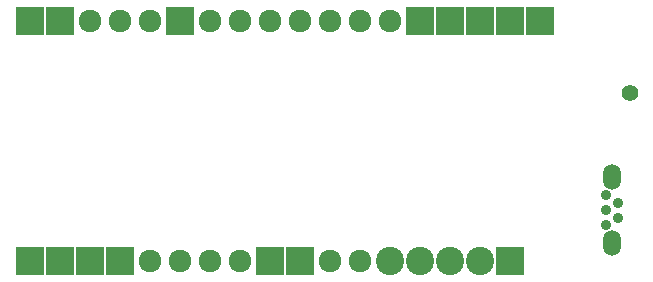
<source format=gbr>
G04 #@! TF.FileFunction,Soldermask,Bot*
%FSLAX46Y46*%
G04 Gerber Fmt 4.6, Leading zero omitted, Abs format (unit mm)*
G04 Created by KiCad (PCBNEW 4.0.6) date 07/20/17 20:23:09*
%MOMM*%
%LPD*%
G01*
G04 APERTURE LIST*
%ADD10C,0.100000*%
%ADD11R,2.400000X2.400000*%
%ADD12R,2.398980X2.398980*%
%ADD13R,2.400000X2.398980*%
%ADD14C,2.398980*%
%ADD15C,1.924000*%
%ADD16C,1.400000*%
%ADD17O,1.500000X2.200000*%
%ADD18C,0.900000*%
G04 APERTURE END LIST*
D10*
D11*
X194310000Y-73660000D03*
X151130000Y-93980000D03*
X158750000Y-93980000D03*
X191770000Y-93980000D03*
X163830000Y-73660000D03*
D12*
X156210000Y-93980000D03*
D13*
X153670000Y-93980000D03*
D11*
X189230000Y-73660000D03*
X191770000Y-73660000D03*
X184150000Y-73660000D03*
X186690000Y-73660000D03*
D14*
X189230000Y-93980000D03*
X186690000Y-93980000D03*
X184150000Y-93980000D03*
X181610000Y-93980000D03*
D15*
X176530000Y-93980000D03*
D11*
X173990000Y-93980000D03*
X171450000Y-93980000D03*
D15*
X163830000Y-93980000D03*
X176530000Y-73660000D03*
X161290000Y-93980000D03*
X179070000Y-73660000D03*
X168910000Y-93980000D03*
X181610000Y-73660000D03*
X166370000Y-93980000D03*
X173990000Y-73660000D03*
X168910000Y-73660000D03*
X179070000Y-93980000D03*
X161290000Y-73660000D03*
X166370000Y-73660000D03*
X171450000Y-73660000D03*
X156210000Y-73660000D03*
X158750000Y-73660000D03*
D16*
X201930000Y-79756000D03*
D11*
X153670000Y-73660000D03*
D17*
X200406000Y-92456000D03*
X200406000Y-86868000D03*
D18*
X200914000Y-90297000D03*
X200914000Y-89027000D03*
X199898000Y-88392000D03*
X199898000Y-89662000D03*
X199898000Y-90932000D03*
D12*
X151130000Y-73660000D03*
M02*

</source>
